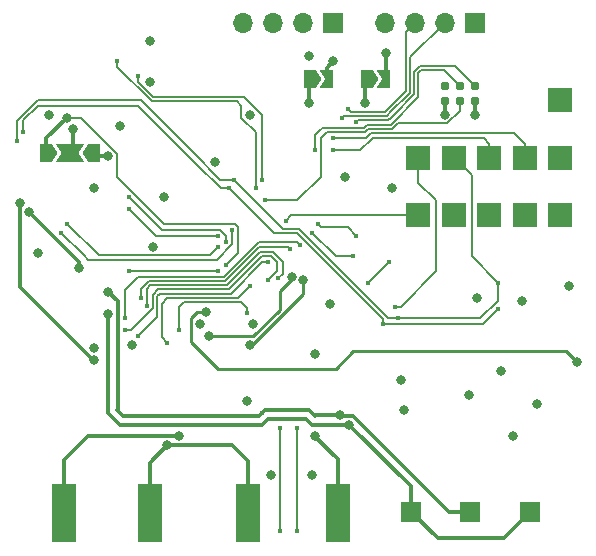
<source format=gbl>
G04 #@! TF.GenerationSoftware,KiCad,Pcbnew,8.0.4*
G04 #@! TF.CreationDate,2024-08-17T22:40:57+02:00*
G04 #@! TF.ProjectId,Probe,50726f62-652e-46b6-9963-61645f706362,v1*
G04 #@! TF.SameCoordinates,Original*
G04 #@! TF.FileFunction,Copper,L4,Bot*
G04 #@! TF.FilePolarity,Positive*
%FSLAX46Y46*%
G04 Gerber Fmt 4.6, Leading zero omitted, Abs format (unit mm)*
G04 Created by KiCad (PCBNEW 8.0.4) date 2024-08-17 22:40:57*
%MOMM*%
%LPD*%
G01*
G04 APERTURE LIST*
G04 Aperture macros list*
%AMFreePoly0*
4,1,6,1.000000,0.000000,0.500000,-0.750000,-0.500000,-0.750000,-0.500000,0.750000,0.500000,0.750000,1.000000,0.000000,1.000000,0.000000,$1*%
%AMFreePoly1*
4,1,6,0.500000,-0.750000,-0.650000,-0.750000,-0.150000,0.000000,-0.650000,0.750000,0.500000,0.750000,0.500000,-0.750000,0.500000,-0.750000,$1*%
%AMFreePoly2*
4,1,7,0.700000,0.000000,1.200000,-0.750000,-1.200000,-0.750000,-0.700000,0.000000,-1.200000,0.750000,1.200000,0.750000,0.700000,0.000000,0.700000,0.000000,$1*%
G04 Aperture macros list end*
G04 #@! TA.AperFunction,SMDPad,CuDef*
%ADD10FreePoly0,0.000000*%
G04 #@! TD*
G04 #@! TA.AperFunction,SMDPad,CuDef*
%ADD11FreePoly1,0.000000*%
G04 #@! TD*
G04 #@! TA.AperFunction,ComponentPad*
%ADD12R,2.000000X2.000000*%
G04 #@! TD*
G04 #@! TA.AperFunction,ComponentPad*
%ADD13R,1.700000X1.700000*%
G04 #@! TD*
G04 #@! TA.AperFunction,SMDPad,CuDef*
%ADD14R,2.000000X5.000000*%
G04 #@! TD*
G04 #@! TA.AperFunction,SMDPad,CuDef*
%ADD15FreePoly2,0.000000*%
G04 #@! TD*
G04 #@! TA.AperFunction,SMDPad,CuDef*
%ADD16FreePoly0,180.000000*%
G04 #@! TD*
G04 #@! TA.AperFunction,ConnectorPad*
%ADD17C,0.787400*%
G04 #@! TD*
G04 #@! TA.AperFunction,ComponentPad*
%ADD18O,1.700000X1.700000*%
G04 #@! TD*
G04 #@! TA.AperFunction,ViaPad*
%ADD19C,0.800000*%
G04 #@! TD*
G04 #@! TA.AperFunction,ViaPad*
%ADD20C,0.450000*%
G04 #@! TD*
G04 #@! TA.AperFunction,Conductor*
%ADD21C,0.350000*%
G04 #@! TD*
G04 #@! TA.AperFunction,Conductor*
%ADD22C,0.150000*%
G04 #@! TD*
G04 #@! TA.AperFunction,Conductor*
%ADD23C,0.300000*%
G04 #@! TD*
G04 #@! TA.AperFunction,Conductor*
%ADD24C,0.250000*%
G04 #@! TD*
G04 APERTURE END LIST*
D10*
X131362500Y-57500000D03*
D11*
X132812500Y-57500000D03*
D12*
X144750000Y-69000000D03*
D13*
X145224998Y-94125000D03*
D12*
X147750000Y-59250000D03*
D14*
X121350000Y-94250000D03*
D10*
X104250000Y-63750000D03*
D15*
X106250000Y-63750000D03*
D16*
X108250000Y-63750000D03*
D14*
X128900000Y-94250000D03*
D13*
X140125000Y-94125000D03*
D12*
X141750000Y-64135000D03*
D17*
X140520000Y-59385000D03*
X140520000Y-58115000D03*
X139250000Y-59385000D03*
X139250000Y-58115000D03*
X137980000Y-59385000D03*
X137980000Y-58115000D03*
D12*
X141750000Y-69000000D03*
D13*
X135125000Y-94125000D03*
X140500000Y-52750000D03*
D18*
X137960000Y-52750000D03*
X135420000Y-52750000D03*
X132880000Y-52750000D03*
D12*
X147750000Y-64135000D03*
D14*
X113025000Y-94250000D03*
X105725000Y-94250000D03*
D12*
X147750000Y-69000000D03*
D10*
X126550000Y-57500000D03*
D11*
X128000000Y-57500000D03*
D12*
X138750000Y-69000000D03*
D13*
X128550000Y-52725000D03*
D18*
X126010000Y-52725000D03*
X123470000Y-52725000D03*
X120930000Y-52725000D03*
D12*
X135750000Y-69000000D03*
X144750000Y-64135000D03*
X138750000Y-64135000D03*
X135750000Y-64135000D03*
D19*
X140750000Y-76000000D03*
X108250000Y-66750000D03*
X134250000Y-83000000D03*
X121500000Y-60500000D03*
X126500000Y-55500000D03*
X138000000Y-60500000D03*
X113000000Y-57750000D03*
X121250000Y-84750000D03*
X127000000Y-80750000D03*
X133500000Y-66750000D03*
X142750000Y-82250000D03*
X143750000Y-87750000D03*
X113250000Y-71750000D03*
X148500000Y-75000000D03*
X111500000Y-80000000D03*
X126750000Y-91000000D03*
X140000000Y-84250000D03*
X117250000Y-78250000D03*
X104500000Y-60500000D03*
X106000000Y-60750000D03*
D20*
X124500000Y-69500000D03*
X119500000Y-73250000D03*
D19*
X144500000Y-76250000D03*
X113000000Y-54250000D03*
X103500000Y-72250000D03*
X123250000Y-91000000D03*
X129500000Y-65750000D03*
X145750000Y-85000000D03*
X118500000Y-64500000D03*
X108250000Y-80250000D03*
X121750000Y-78250000D03*
X128250000Y-76500000D03*
X134500000Y-85500000D03*
X131250000Y-59500000D03*
X114250000Y-67500000D03*
X126500000Y-59500000D03*
X110500000Y-61500000D03*
X140500000Y-60500000D03*
D20*
X118750000Y-73750000D03*
X131500000Y-74750000D03*
D19*
X109500000Y-64000000D03*
D20*
X111250000Y-73750000D03*
X133250000Y-73000000D03*
X129750000Y-60000000D03*
X127000000Y-63500000D03*
X123000000Y-74500000D03*
X110875000Y-78750000D03*
X120000000Y-70250000D03*
X105500000Y-70500000D03*
X112750000Y-76675000D03*
X123853554Y-74353554D03*
X110875000Y-77750000D03*
X125750000Y-71500000D03*
X130250000Y-72500000D03*
X126750000Y-70500000D03*
X142500000Y-74750000D03*
X125500000Y-87000000D03*
X120099759Y-66024645D03*
X125500000Y-95750000D03*
X101750000Y-62750000D03*
X134000000Y-77750000D03*
X119500000Y-71250000D03*
X111250000Y-67500000D03*
X128500000Y-62500000D03*
X110250000Y-56000000D03*
X122000000Y-66750000D03*
X129250000Y-60750000D03*
X128500000Y-63500000D03*
X122500000Y-66000000D03*
X112000000Y-57250000D03*
X118750000Y-70750000D03*
X111281587Y-68468413D03*
D19*
X102000000Y-68000000D03*
X108250000Y-81250000D03*
D20*
X123000000Y-73000000D03*
X112000000Y-79250000D03*
X118750000Y-71750000D03*
X106000000Y-69750000D03*
X130500000Y-61100000D03*
X130500000Y-70750000D03*
X127250000Y-69750000D03*
D19*
X149162500Y-81412500D03*
X117750000Y-77250000D03*
X107000000Y-73500000D03*
X102750000Y-68750000D03*
D20*
X112250000Y-76000000D03*
X124853554Y-71853554D03*
X122750000Y-67750000D03*
X102250000Y-62000000D03*
X133750000Y-76750000D03*
X124000000Y-87000000D03*
X142500000Y-77000000D03*
X124000000Y-95750000D03*
X132750000Y-78250000D03*
X119750000Y-66750000D03*
X115500000Y-78775478D03*
X121275967Y-77334419D03*
D19*
X127000000Y-87700000D03*
X115500000Y-87700000D03*
X109500000Y-77350000D03*
X129908578Y-86775000D03*
D20*
X123250000Y-86250000D03*
D19*
X114500000Y-88475000D03*
D20*
X114500000Y-79837500D03*
X121500000Y-74975000D03*
D19*
X109500000Y-75500000D03*
X129133578Y-85975000D03*
D20*
X122500000Y-85750000D03*
D19*
X106500000Y-61750000D03*
X133000000Y-55250000D03*
X128550000Y-56000000D03*
X126000000Y-74500000D03*
X121500000Y-80000000D03*
X125007191Y-74275000D03*
X118000000Y-79250000D03*
D21*
X137980000Y-59385000D02*
X137980000Y-60480000D01*
X137980000Y-60480000D02*
X138000000Y-60500000D01*
D22*
X114250000Y-69750000D02*
X110250000Y-65750000D01*
D23*
X104250000Y-62500000D02*
X104250000Y-63750000D01*
D22*
X120250000Y-69750000D02*
X114250000Y-69750000D01*
D23*
X106000000Y-60750000D02*
X104250000Y-62500000D01*
D22*
X125000000Y-69000000D02*
X124500000Y-69500000D01*
X107204595Y-60750000D02*
X106000000Y-60750000D01*
X120500000Y-72250000D02*
X120500000Y-70000000D01*
X110250000Y-65750000D02*
X110250000Y-63795405D01*
X110250000Y-63795405D02*
X107204595Y-60750000D01*
X119500000Y-73250000D02*
X120500000Y-72250000D01*
X120500000Y-70000000D02*
X120250000Y-69750000D01*
X135750000Y-69000000D02*
X125000000Y-69000000D01*
D21*
X131250000Y-59500000D02*
X131250000Y-57612500D01*
X126500000Y-59500000D02*
X126500000Y-57550000D01*
X140520000Y-60480000D02*
X140500000Y-60500000D01*
X140520000Y-59385000D02*
X140520000Y-60480000D01*
X131250000Y-57612500D02*
X131362500Y-57500000D01*
X126500000Y-57550000D02*
X126550000Y-57500000D01*
D22*
X111250000Y-73750000D02*
X118750000Y-73750000D01*
D23*
X109500000Y-64000000D02*
X108500000Y-64000000D01*
D22*
X131500000Y-74750000D02*
X133250000Y-73000000D01*
D23*
X108500000Y-64000000D02*
X108250000Y-63750000D01*
D22*
X134700000Y-53470000D02*
X134700000Y-58500000D01*
X132950000Y-60250000D02*
X130500000Y-60250000D01*
X135420000Y-52750000D02*
X134700000Y-53470000D01*
X134700000Y-58500000D02*
X132950000Y-60250000D01*
X130000000Y-60250000D02*
X129750000Y-60000000D01*
X130500000Y-60250000D02*
X130000000Y-60250000D01*
X137885000Y-56750000D02*
X136000000Y-56750000D01*
X135750000Y-57000000D02*
X135750000Y-59000000D01*
X133400000Y-61350000D02*
X131394974Y-61350000D01*
X135750000Y-59000000D02*
X133400000Y-61350000D01*
X127650000Y-61600000D02*
X127500000Y-61750000D01*
X136000000Y-56750000D02*
X135750000Y-57000000D01*
X139250000Y-58115000D02*
X137885000Y-56750000D01*
X131144974Y-61600000D02*
X127650000Y-61600000D01*
X131394974Y-61350000D02*
X131144974Y-61600000D01*
X127500000Y-61750000D02*
X127000000Y-62250000D01*
X127000000Y-62250000D02*
X127000000Y-63500000D01*
X110875000Y-78750000D02*
X111382107Y-78750000D01*
X113250000Y-76882107D02*
X113250000Y-75750000D01*
X123000000Y-74500000D02*
X123750000Y-73750000D01*
X122500000Y-72500000D02*
X123250000Y-72500000D01*
X111382107Y-78750000D02*
X113250000Y-76882107D01*
X113700000Y-75300000D02*
X119700000Y-75300000D01*
X123750000Y-73750000D02*
X123750000Y-73000000D01*
X113250000Y-75750000D02*
X113700000Y-75300000D01*
X123250000Y-72500000D02*
X123750000Y-73000000D01*
X119700000Y-75300000D02*
X122500000Y-72500000D01*
X118682107Y-72775000D02*
X120000000Y-71457107D01*
X105500000Y-70500000D02*
X107425000Y-72425000D01*
X120000000Y-71457107D02*
X120000000Y-70250000D01*
X117225000Y-72775000D02*
X118682107Y-72775000D01*
X107775000Y-72775000D02*
X117225000Y-72775000D01*
X107425000Y-72425000D02*
X107775000Y-72775000D01*
X123400000Y-72150000D02*
X124250000Y-73000000D01*
X123853554Y-74353554D02*
X124250000Y-73957108D01*
X112750000Y-75250000D02*
X113050000Y-74950000D01*
X112750000Y-76675000D02*
X112750000Y-75250000D01*
X122350000Y-72150000D02*
X123400000Y-72150000D01*
X113050000Y-74950000D02*
X119550000Y-74950000D01*
X124250000Y-73957108D02*
X124250000Y-73000000D01*
X119550000Y-74950000D02*
X122350000Y-72150000D01*
X111250000Y-75000000D02*
X110875000Y-75375000D01*
X125500000Y-71250000D02*
X125750000Y-71500000D01*
X112000000Y-74250000D02*
X111250000Y-75000000D01*
X110875000Y-75375000D02*
X110875000Y-77750000D01*
X122250000Y-71250000D02*
X125500000Y-71250000D01*
X122250000Y-71250000D02*
X119250000Y-74250000D01*
X119250000Y-74250000D02*
X112000000Y-74250000D01*
X128750000Y-72500000D02*
X130250000Y-72500000D01*
X126750000Y-70500000D02*
X128750000Y-72500000D01*
X140250000Y-72500000D02*
X140250000Y-65635000D01*
X133202081Y-77750000D02*
X125644974Y-70192893D01*
X116750000Y-63792893D02*
X116750000Y-63750000D01*
X104500000Y-59250000D02*
X103505026Y-59250000D01*
X134000000Y-77750000D02*
X133202081Y-77750000D01*
X140250000Y-65635000D02*
X138750000Y-64135000D01*
X120099759Y-66024645D02*
X118981752Y-66024645D01*
X112250000Y-59250000D02*
X104500000Y-59250000D01*
X142500000Y-74750000D02*
X140250000Y-72500000D01*
X116750000Y-63750000D02*
X112250000Y-59250000D01*
X103505026Y-59250000D02*
X101750000Y-61005026D01*
X125500000Y-95750000D02*
X125500000Y-87000000D01*
X141000000Y-77750000D02*
X142500000Y-76250000D01*
X134000000Y-77750000D02*
X141000000Y-77750000D01*
X125644974Y-70192893D02*
X124268007Y-70192893D01*
X118981752Y-66024645D02*
X116750000Y-63792893D01*
X101750000Y-61005026D02*
X101750000Y-62750000D01*
X124268007Y-70192893D02*
X120099759Y-66024645D01*
X142500000Y-76250000D02*
X142500000Y-74750000D01*
X114000000Y-70250000D02*
X118000000Y-70250000D01*
X118957107Y-70250000D02*
X119500000Y-70792893D01*
X119500000Y-70792893D02*
X119500000Y-71250000D01*
X111250000Y-67500000D02*
X114000000Y-70250000D01*
X118000000Y-70250000D02*
X118957107Y-70250000D01*
X144750000Y-64135000D02*
X144750000Y-62985000D01*
X131350000Y-62500000D02*
X128500000Y-62500000D01*
X110250000Y-56000000D02*
X110250000Y-56449570D01*
X120750000Y-60750000D02*
X122000000Y-62000000D01*
X120750000Y-59750000D02*
X120750000Y-60750000D01*
X131750000Y-62100000D02*
X131350000Y-62500000D01*
X143865000Y-62100000D02*
X131750000Y-62100000D01*
X113150430Y-59350000D02*
X120250000Y-59350000D01*
X122000000Y-62000000D02*
X122000000Y-66750000D01*
X120350000Y-59350000D02*
X120750000Y-59750000D01*
X110250000Y-56449570D02*
X113150430Y-59350000D01*
X144750000Y-62985000D02*
X143865000Y-62100000D01*
X120250000Y-59350000D02*
X120350000Y-59350000D01*
X135050000Y-55660000D02*
X135050000Y-58644975D01*
X133300000Y-60394975D02*
X133194974Y-60500000D01*
X129400000Y-60600000D02*
X129250000Y-60750000D01*
X137960000Y-52750000D02*
X135050000Y-55660000D01*
X133194974Y-60500000D02*
X133094975Y-60600000D01*
X133094975Y-60600000D02*
X129400000Y-60600000D01*
X135050000Y-58644975D02*
X133300000Y-60394975D01*
X141750000Y-62985000D02*
X141265000Y-62500000D01*
X132250000Y-62500000D02*
X131844974Y-62500000D01*
X112000000Y-57250000D02*
X112000000Y-57704595D01*
X113295405Y-59000000D02*
X117000000Y-59000000D01*
X131797487Y-62547487D02*
X130844974Y-63500000D01*
X141265000Y-62500000D02*
X132250000Y-62500000D01*
X117000000Y-59000000D02*
X121000000Y-59000000D01*
X130844974Y-63500000D02*
X128500000Y-63500000D01*
X131844974Y-62500000D02*
X131797487Y-62547487D01*
X121000000Y-59000000D02*
X122500000Y-60500000D01*
X112000000Y-57704595D02*
X113295405Y-59000000D01*
X122500000Y-60500000D02*
X122500000Y-66000000D01*
X141750000Y-64135000D02*
X141750000Y-62985000D01*
X111281587Y-68468413D02*
X113563174Y-70750000D01*
X113563174Y-70750000D02*
X118750000Y-70750000D01*
X113600000Y-76000000D02*
X113600000Y-75900000D01*
X113600000Y-77650000D02*
X113600000Y-76000000D01*
X113850000Y-75650000D02*
X114000000Y-75650000D01*
D23*
X102000000Y-75060661D02*
X108189339Y-81250000D01*
D22*
X112000000Y-79250000D02*
X113600000Y-77650000D01*
X113600000Y-75900000D02*
X113850000Y-75650000D01*
D23*
X108189339Y-81250000D02*
X108250000Y-81250000D01*
D22*
X114000000Y-75650000D02*
X119850000Y-75650000D01*
D23*
X102000000Y-68000000D02*
X102000000Y-75060661D01*
D22*
X122500000Y-73000000D02*
X123000000Y-73000000D01*
X119850000Y-75650000D02*
X122500000Y-73000000D01*
X106000000Y-69750000D02*
X108675000Y-72425000D01*
X117075000Y-72425000D02*
X118075000Y-72425000D01*
X108675000Y-72425000D02*
X117075000Y-72425000D01*
X118075000Y-72425000D02*
X118750000Y-71750000D01*
X133649999Y-60539952D02*
X133443298Y-60746651D01*
X133443298Y-60746651D02*
X133189949Y-61000000D01*
X135855025Y-56400000D02*
X135400000Y-56855025D01*
X133649999Y-60539950D02*
X133649999Y-60539952D01*
X135400000Y-58750000D02*
X135400000Y-58789949D01*
X140520000Y-58115000D02*
X138805000Y-56400000D01*
X131250000Y-61000000D02*
X130600000Y-61000000D01*
X130600000Y-61000000D02*
X130500000Y-61100000D01*
X135400000Y-56855025D02*
X135400000Y-58750000D01*
X138805000Y-56400000D02*
X135855025Y-56400000D01*
X133189949Y-61000000D02*
X131250000Y-61000000D01*
X135400000Y-58789949D02*
X133649999Y-60539950D01*
X129750000Y-70000000D02*
X130500000Y-70750000D01*
X127500000Y-70000000D02*
X129750000Y-70000000D01*
X127250000Y-69750000D02*
X127500000Y-70000000D01*
D24*
X117750000Y-77250000D02*
X117000000Y-77250000D01*
X130250000Y-80500000D02*
X148250000Y-80500000D01*
X116500000Y-79750000D02*
X118750000Y-82000000D01*
X116500000Y-77750000D02*
X116500000Y-79750000D01*
X117000000Y-77250000D02*
X116500000Y-77750000D01*
X118750000Y-82000000D02*
X128750000Y-82000000D01*
X148250000Y-80500000D02*
X149162500Y-81412500D01*
X128750000Y-82000000D02*
X130250000Y-80500000D01*
D23*
X107000000Y-73000000D02*
X107000000Y-73500000D01*
X102750000Y-68750000D02*
X107000000Y-73000000D01*
D22*
X113500000Y-74600000D02*
X119400000Y-74600000D01*
X122250000Y-71750000D02*
X124750000Y-71750000D01*
X122000000Y-72000000D02*
X122250000Y-71750000D01*
X119400000Y-74600000D02*
X122000000Y-72000000D01*
X112900000Y-74600000D02*
X113500000Y-74600000D01*
X112250000Y-75250000D02*
X112900000Y-74600000D01*
X112250000Y-76000000D02*
X112250000Y-75250000D01*
X124750000Y-71750000D02*
X124853554Y-71853554D01*
X125500000Y-67750000D02*
X122750000Y-67750000D01*
X138204595Y-61250000D02*
X134000000Y-61250000D01*
X128000000Y-62000000D02*
X127500000Y-62500000D01*
X139250000Y-59385000D02*
X139250000Y-60204595D01*
X127500000Y-62500000D02*
X127500000Y-65750000D01*
X131500000Y-61750000D02*
X131250000Y-62000000D01*
X127500000Y-65750000D02*
X125500000Y-67750000D01*
X134000000Y-61250000D02*
X133500000Y-61750000D01*
X139250000Y-60204595D02*
X138204595Y-61250000D01*
X131250000Y-62000000D02*
X128000000Y-62000000D01*
X133500000Y-61750000D02*
X131500000Y-61750000D01*
X133750000Y-76750000D02*
X134250000Y-76750000D01*
X123542893Y-70542893D02*
X119750000Y-66750000D01*
X112000000Y-59750000D02*
X104500000Y-59750000D01*
X124000000Y-95750000D02*
X124000000Y-87000000D01*
X137250000Y-73750000D02*
X137250000Y-67750000D01*
X132750000Y-77792893D02*
X125500000Y-70542893D01*
X103500000Y-59750000D02*
X102250000Y-61000000D01*
X134250000Y-76750000D02*
X137250000Y-73750000D01*
X102250000Y-61000000D02*
X102250000Y-62000000D01*
X119000000Y-66750000D02*
X117000000Y-64750000D01*
X132750000Y-78250000D02*
X132750000Y-77792893D01*
X117000000Y-64750000D02*
X112000000Y-59750000D01*
X104500000Y-59750000D02*
X103500000Y-59750000D01*
X137250000Y-67750000D02*
X135750000Y-66250000D01*
X125500000Y-70542893D02*
X123542893Y-70542893D01*
X141250000Y-78250000D02*
X142500000Y-77000000D01*
X135750000Y-66250000D02*
X135750000Y-64135000D01*
X119750000Y-66750000D02*
X119000000Y-66750000D01*
X132750000Y-78250000D02*
X141250000Y-78250000D01*
X120730819Y-76350000D02*
X115900000Y-76350000D01*
D21*
X126950000Y-87700000D02*
X127000000Y-87700000D01*
X127200000Y-87950000D02*
X128900000Y-89650000D01*
X107800000Y-87700000D02*
X115500000Y-87700000D01*
D22*
X121275967Y-76895148D02*
X120730819Y-76350000D01*
D21*
X105725000Y-94250000D02*
X105725000Y-89775000D01*
X105725000Y-89775000D02*
X107800000Y-87700000D01*
D22*
X115500000Y-76750000D02*
X115500000Y-78775478D01*
D21*
X128900000Y-89650000D02*
X128900000Y-94250000D01*
D22*
X115900000Y-76350000D02*
X115500000Y-76750000D01*
X121275967Y-77334419D02*
X121275967Y-76895148D01*
D21*
X126950000Y-87700000D02*
X127375000Y-88125000D01*
X137375000Y-96375000D02*
X142974998Y-96375000D01*
X135125000Y-94125000D02*
X137375000Y-96375000D01*
X110500000Y-86750000D02*
X122000000Y-86750000D01*
X135125000Y-91961827D02*
X135125000Y-94125000D01*
X109500000Y-85750000D02*
X110500000Y-86750000D01*
X129913173Y-86750000D02*
X135125000Y-91961827D01*
X142974998Y-96375000D02*
X145224998Y-94125000D01*
X122000000Y-86750000D02*
X122500000Y-86750000D01*
X126775000Y-86775000D02*
X129908578Y-86775000D01*
X123000000Y-86250000D02*
X123250000Y-86250000D01*
X123250000Y-86250000D02*
X126250000Y-86250000D01*
X122500000Y-86750000D02*
X123000000Y-86250000D01*
X126250000Y-86250000D02*
X126775000Y-86775000D01*
X109500000Y-77350000D02*
X109500000Y-85750000D01*
X121350000Y-89850000D02*
X121350000Y-94250000D01*
X113025000Y-94250000D02*
X113025000Y-89975000D01*
D22*
X114000000Y-79337500D02*
X114500000Y-79837500D01*
D21*
X114500000Y-88500000D02*
X114500000Y-88475000D01*
D22*
X114000000Y-76500000D02*
X114000000Y-79337500D01*
X114500000Y-76000000D02*
X114000000Y-76500000D01*
D21*
X114500000Y-88500000D02*
X120000000Y-88500000D01*
D22*
X121500000Y-74975000D02*
X120475000Y-76000000D01*
D21*
X120000000Y-88500000D02*
X121350000Y-89850000D01*
D22*
X120475000Y-76000000D02*
X114500000Y-76000000D01*
D21*
X113025000Y-89975000D02*
X114500000Y-88500000D01*
X110750000Y-86000000D02*
X122250000Y-86000000D01*
X127000000Y-86000000D02*
X127025000Y-85975000D01*
X129158578Y-86000000D02*
X129133578Y-85975000D01*
X138375000Y-94125000D02*
X140125000Y-94125000D01*
X122750000Y-85500000D02*
X126500000Y-85500000D01*
X126500000Y-85500000D02*
X127000000Y-86000000D01*
X130250000Y-86000000D02*
X138375000Y-94125000D01*
X110275000Y-76275000D02*
X110275000Y-85475000D01*
X110275000Y-85475000D02*
X110250000Y-85500000D01*
X127025000Y-85975000D02*
X129133578Y-85975000D01*
X110250000Y-85500000D02*
X110750000Y-86000000D01*
X109500000Y-75500000D02*
X110275000Y-76275000D01*
X130250000Y-86000000D02*
X129158578Y-86000000D01*
X122500000Y-85750000D02*
X122750000Y-85500000D01*
X122250000Y-86000000D02*
X122500000Y-85750000D01*
D23*
X106500000Y-61750000D02*
X106500000Y-63500000D01*
X106500000Y-63500000D02*
X106250000Y-63750000D01*
D21*
X133000000Y-55250000D02*
X133000000Y-57312500D01*
X133000000Y-57312500D02*
X132812500Y-57500000D01*
X128000000Y-57500000D02*
X128000000Y-56550000D01*
X128000000Y-56550000D02*
X128550000Y-56000000D01*
D24*
X126000000Y-74500000D02*
X126000000Y-75661701D01*
X121661701Y-80000000D02*
X121500000Y-80000000D01*
X126000000Y-75661701D02*
X121661701Y-80000000D01*
X121775305Y-79250000D02*
X124000000Y-77025305D01*
X118000000Y-79250000D02*
X121775305Y-79250000D01*
X124000000Y-75457191D02*
X125007191Y-74450000D01*
X124000000Y-77025305D02*
X124000000Y-75457191D01*
X125007191Y-74450000D02*
X125007191Y-74275000D01*
M02*

</source>
